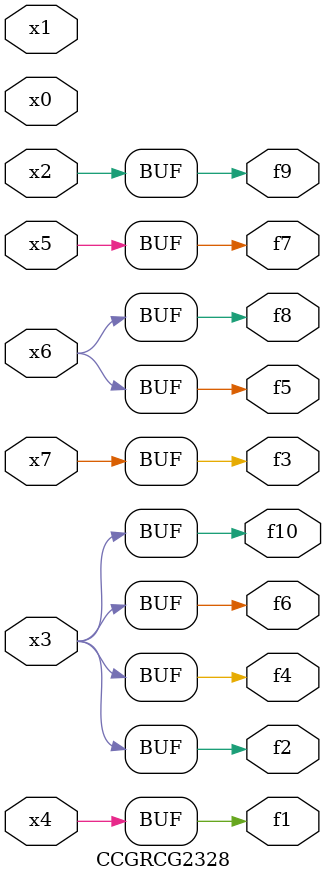
<source format=v>
module CCGRCG2328(
	input x0, x1, x2, x3, x4, x5, x6, x7,
	output f1, f2, f3, f4, f5, f6, f7, f8, f9, f10
);
	assign f1 = x4;
	assign f2 = x3;
	assign f3 = x7;
	assign f4 = x3;
	assign f5 = x6;
	assign f6 = x3;
	assign f7 = x5;
	assign f8 = x6;
	assign f9 = x2;
	assign f10 = x3;
endmodule

</source>
